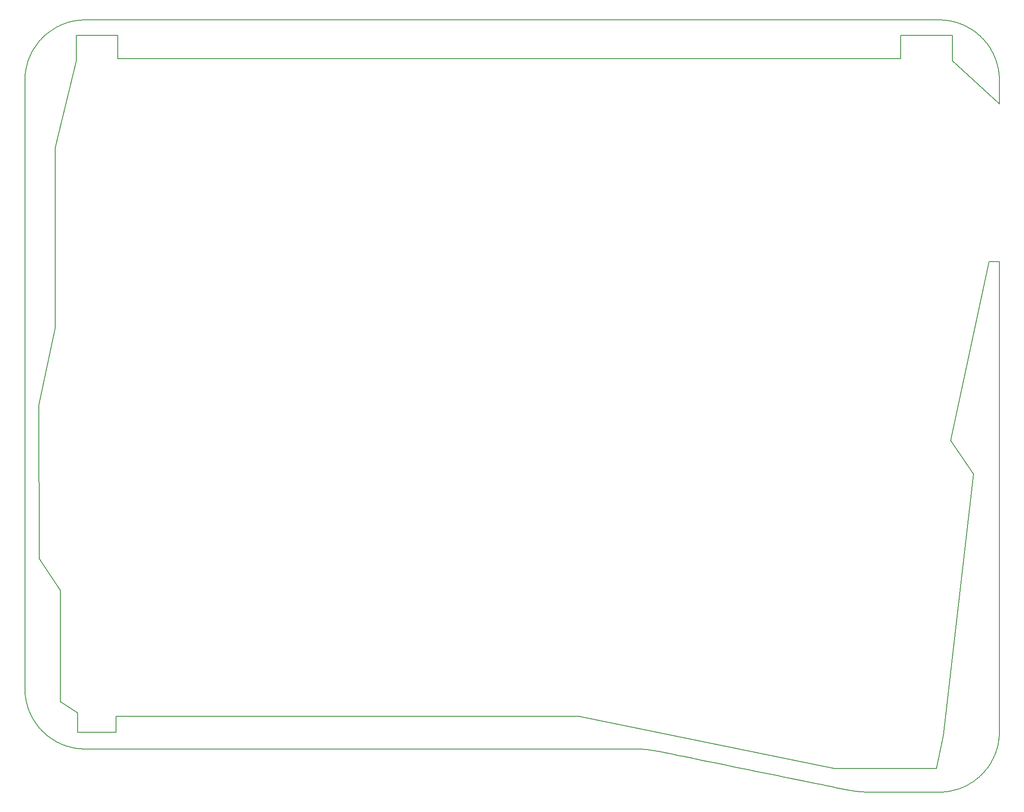
<source format=gm1>
G04 #@! TF.GenerationSoftware,KiCad,Pcbnew,(5.1.5-0-10_14)*
G04 #@! TF.CreationDate,2020-04-18T19:51:42+09:00*
G04 #@! TF.ProjectId,colice_left_MidFrame,636f6c69-6365-45f6-9c65-66745f4d6964,rev?*
G04 #@! TF.SameCoordinates,Original*
G04 #@! TF.FileFunction,Profile,NP*
%FSLAX46Y46*%
G04 Gerber Fmt 4.6, Leading zero omitted, Abs format (unit mm)*
G04 Created by KiCad (PCBNEW (5.1.5-0-10_14)) date 2020-04-18 19:51:42*
%MOMM*%
%LPD*%
G04 APERTURE LIST*
%ADD10C,0.200000*%
G04 APERTURE END LIST*
D10*
X22583191Y-125691561D02*
X22583191Y-147602163D01*
X18423025Y-119455874D02*
X22583191Y-125691561D01*
X18401092Y-89317712D02*
X18423025Y-119455874D01*
X21616862Y-74188001D02*
X18401092Y-89317712D01*
X21616862Y-38773898D02*
X21616862Y-74188001D01*
X25690546Y-21679887D02*
X21616862Y-38773898D01*
X206911079Y-30139942D02*
X206911079Y-30139942D01*
X206911079Y-61160143D02*
X206911079Y-153497881D01*
X204847133Y-61160143D02*
X206911079Y-61160143D01*
X197387850Y-96253704D02*
X204847133Y-61160143D01*
X201816858Y-102833746D02*
X197387850Y-96253704D01*
X195952770Y-154226699D02*
X201816858Y-102833746D01*
X194578477Y-160692061D02*
X195952770Y-154226699D01*
X187556298Y-16666521D02*
X187556298Y-21226178D01*
X197666719Y-16666521D02*
X187556298Y-16666521D01*
X174524957Y-160692061D02*
X194578477Y-160692061D01*
X124338514Y-150469495D02*
X174524957Y-160692061D01*
X33523639Y-150460721D02*
X124338514Y-150469495D01*
X33523639Y-153594075D02*
X33523639Y-150460721D01*
X26008583Y-153594075D02*
X33523639Y-153594075D01*
X26003569Y-149740050D02*
X26008583Y-153594075D01*
X22583191Y-147602163D02*
X26003569Y-149740050D01*
X203442447Y-17111144D02*
X203563460Y-17233930D01*
X203563460Y-17233930D02*
X203662018Y-17336622D01*
X203662018Y-17336622D02*
X203759224Y-17440369D01*
X203759224Y-17440369D02*
X203864278Y-17555357D01*
X203864278Y-17555357D02*
X203970708Y-17675019D01*
X203970708Y-17675019D02*
X204065747Y-17784687D01*
X204065747Y-17784687D02*
X204157882Y-17893650D01*
X204157882Y-17893650D02*
X204250774Y-18006266D01*
X204250774Y-18006266D02*
X204342187Y-18119914D01*
X204342187Y-18119914D02*
X204432118Y-18234584D01*
X204432118Y-18234584D02*
X204520559Y-18350256D01*
X204520559Y-18350256D02*
X204607504Y-18466915D01*
X204607504Y-18466915D02*
X204694930Y-18587318D01*
X204694930Y-18587318D02*
X204778828Y-18705933D01*
X204778828Y-18705933D02*
X204861847Y-18826429D01*
X204861847Y-18826429D02*
X204942698Y-18946922D01*
X204942698Y-18946922D02*
X205024472Y-19072132D01*
X205024472Y-19072132D02*
X205107019Y-19202137D01*
X205107019Y-19202137D02*
X205185475Y-19329269D01*
X205185475Y-19329269D02*
X205262285Y-19457322D01*
X205262285Y-19457322D02*
X205339128Y-19589218D01*
X205339128Y-19589218D02*
X205415339Y-19724016D01*
X205415339Y-19724016D02*
X205489217Y-19858756D01*
X205489217Y-19858756D02*
X205558698Y-19989396D01*
X205558698Y-19989396D02*
X205627548Y-20122873D01*
X205627548Y-20122873D02*
X205696179Y-20260221D01*
X205696179Y-20260221D02*
X205763010Y-20398420D01*
X205763010Y-20398420D02*
X205835566Y-20553862D01*
X205835566Y-20553862D02*
X205898563Y-20693802D01*
X205898563Y-20693802D02*
X205959737Y-20834535D01*
X205959737Y-20834535D02*
X206020800Y-20980219D01*
X206020800Y-20980219D02*
X206078666Y-21123556D01*
X206078666Y-21123556D02*
X206137072Y-21273972D01*
X206137072Y-21273972D02*
X206192268Y-21422004D01*
X206192268Y-21422004D02*
X206245489Y-21570777D01*
X206245489Y-21570777D02*
X206296731Y-21720274D01*
X206296731Y-21720274D02*
X206348739Y-21879077D01*
X206348739Y-21879077D02*
X206399504Y-22041888D01*
X206399504Y-22041888D02*
X206446050Y-22198948D01*
X206446050Y-22198948D02*
X206491333Y-22359968D01*
X206491333Y-22359968D02*
X206534354Y-22521682D01*
X206534354Y-22521682D02*
X206578309Y-22697257D01*
X206578309Y-22697257D02*
X206617598Y-22864752D01*
X206617598Y-22864752D02*
X206654234Y-23031790D01*
X206654234Y-23031790D02*
X206690438Y-23209460D01*
X206690438Y-23209460D02*
X206722535Y-23379982D01*
X206722535Y-23379982D02*
X206752703Y-23554448D01*
X206752703Y-23554448D02*
X206780956Y-23733988D01*
X206780956Y-23733988D02*
X206805862Y-23909593D01*
X206805862Y-23909593D02*
X206828695Y-24090250D01*
X206828695Y-24090250D02*
X206848766Y-24271429D01*
X206848766Y-24271429D02*
X206866458Y-24457645D01*
X206866458Y-24457645D02*
X206881546Y-24648902D01*
X206881546Y-24648902D02*
X206893547Y-24840635D01*
X206893547Y-24840635D02*
X206902447Y-25032808D01*
X206902447Y-25032808D02*
X206908333Y-25229977D01*
X206908333Y-25229977D02*
X206910937Y-25427532D01*
X206910937Y-25427532D02*
X206911079Y-25485032D01*
X25690233Y-16666521D02*
X25690546Y-21679887D01*
X33843556Y-16666521D02*
X25690233Y-16666521D01*
X195068535Y-13642522D02*
X195277674Y-13644363D01*
X195277674Y-13644363D02*
X195479519Y-13649643D01*
X195479519Y-13649643D02*
X195671783Y-13657878D01*
X195671783Y-13657878D02*
X195863610Y-13669214D01*
X195863610Y-13669214D02*
X196068626Y-13684791D01*
X196068626Y-13684791D02*
X196254915Y-13702057D01*
X196254915Y-13702057D02*
X196436167Y-13721709D01*
X196436167Y-13721709D02*
X196616903Y-13744128D01*
X196616903Y-13744128D02*
X196792594Y-13768636D01*
X196792594Y-13768636D02*
X196967740Y-13795748D01*
X196967740Y-13795748D02*
X197142311Y-13825453D01*
X197142311Y-13825453D02*
X197316282Y-13857740D01*
X197316282Y-13857740D02*
X197485186Y-13891670D01*
X197485186Y-13891670D02*
X197662307Y-13930011D01*
X197662307Y-13930011D02*
X197829906Y-13968917D01*
X197829906Y-13968917D02*
X197996831Y-14010231D01*
X197996831Y-14010231D02*
X198158689Y-14052762D01*
X198158689Y-14052762D02*
X198341589Y-14103785D01*
X198341589Y-14103785D02*
X198509522Y-14153433D01*
X198509522Y-14153433D02*
X198665884Y-14202102D01*
X198665884Y-14202102D02*
X198820449Y-14252557D01*
X198820449Y-14252557D02*
X198970005Y-14303631D01*
X198970005Y-14303631D02*
X199123085Y-14358228D01*
X199123085Y-14358228D02*
X199275378Y-14414912D01*
X199275378Y-14414912D02*
X199425816Y-14473262D01*
X199425816Y-14473262D02*
X199569178Y-14531077D01*
X199569178Y-14531077D02*
X199710733Y-14590312D01*
X199710733Y-14590312D02*
X199851514Y-14651378D01*
X199851514Y-14651378D02*
X199990474Y-14713796D01*
X199990474Y-14713796D02*
X200130679Y-14778973D01*
X200130679Y-14778973D02*
X200269023Y-14845484D01*
X200269023Y-14845484D02*
X200406522Y-14913798D01*
X200406522Y-14913798D02*
X200539150Y-14981816D01*
X200539150Y-14981816D02*
X200670946Y-15051516D01*
X200670946Y-15051516D02*
X200809800Y-15127271D01*
X200809800Y-15127271D02*
X200939828Y-15200416D01*
X200939828Y-15200416D02*
X201072872Y-15277515D01*
X201072872Y-15277515D02*
X201201089Y-15354024D01*
X201201089Y-15354024D02*
X201328391Y-15432182D01*
X201328391Y-15432182D02*
X201454759Y-15511978D01*
X201454759Y-15511978D02*
X201576390Y-15590917D01*
X201576390Y-15590917D02*
X201698052Y-15672019D01*
X201698052Y-15672019D02*
X201817844Y-15754021D01*
X201817844Y-15754021D02*
X201935771Y-15836882D01*
X201935771Y-15836882D02*
X202053676Y-15921899D01*
X202053676Y-15921899D02*
X202177888Y-16013878D01*
X202177888Y-16013878D02*
X202293778Y-16101991D01*
X202293778Y-16101991D02*
X202408668Y-16191595D01*
X202408668Y-16191595D02*
X202519884Y-16280536D01*
X202519884Y-16280536D02*
X202638017Y-16377444D01*
X202638017Y-16377444D02*
X202749788Y-16471518D01*
X202749788Y-16471518D02*
X202857918Y-16564804D01*
X202857918Y-16564804D02*
X202964169Y-16658719D01*
X202964169Y-16658719D02*
X203075302Y-16759418D01*
X203075302Y-16759418D02*
X203180267Y-16856919D01*
X203180267Y-16856919D02*
X203283336Y-16954996D01*
X203283336Y-16954996D02*
X203385338Y-17054421D01*
X203385338Y-17054421D02*
X203442447Y-17111144D01*
X33841989Y-21226178D02*
X33843556Y-16666521D01*
X187556298Y-21226178D02*
X33841989Y-21226178D01*
X197666719Y-21679887D02*
X197666719Y-16666521D01*
X206911079Y-30139942D02*
X197666719Y-21679887D01*
X206911079Y-25485032D02*
X206911079Y-30139940D01*
X206911079Y-30139940D02*
X206911079Y-30139942D01*
X27476563Y-13642522D02*
X195068535Y-13642522D01*
X19102651Y-17111144D02*
X19215543Y-16999731D01*
X19215543Y-16999731D02*
X19318118Y-16901045D01*
X19318118Y-16901045D02*
X19421753Y-16803708D01*
X19421753Y-16803708D02*
X19536619Y-16698508D01*
X19536619Y-16698508D02*
X19642428Y-16604021D01*
X19642428Y-16604021D02*
X19756182Y-16504941D01*
X19756182Y-16504941D02*
X19867575Y-16410351D01*
X19867575Y-16410351D02*
X19979138Y-16317949D01*
X19979138Y-16317949D02*
X20089939Y-16228423D01*
X20089939Y-16228423D02*
X20204410Y-16138215D01*
X20204410Y-16138215D02*
X20319890Y-16049494D01*
X20319890Y-16049494D02*
X20436363Y-15962269D01*
X20436363Y-15962269D02*
X20553811Y-15876546D01*
X20553811Y-15876546D02*
X20675936Y-15789722D01*
X20675936Y-15789722D02*
X20799067Y-15704509D01*
X20799067Y-15704509D02*
X20920358Y-15622796D01*
X20920358Y-15622796D02*
X21044480Y-15541399D01*
X21044480Y-15541399D02*
X21166668Y-15463421D01*
X21166668Y-15463421D02*
X21290704Y-15386391D01*
X21290704Y-15386391D02*
X21417571Y-15309771D01*
X21417571Y-15309771D02*
X21550222Y-15231950D01*
X21550222Y-15231950D02*
X21683821Y-15155886D01*
X21683821Y-15155886D02*
X21814377Y-15083753D01*
X21814377Y-15083753D02*
X21949786Y-15011182D01*
X21949786Y-15011182D02*
X22090107Y-14938336D01*
X22090107Y-14938336D02*
X22223256Y-14871393D01*
X22223256Y-14871393D02*
X22361284Y-14804190D01*
X22361284Y-14804190D02*
X22500147Y-14738792D01*
X22500147Y-14738792D02*
X22643952Y-14673365D01*
X22643952Y-14673365D02*
X22784457Y-14611655D01*
X22784457Y-14611655D02*
X22925746Y-14551773D01*
X22925746Y-14551773D02*
X23067796Y-14493725D01*
X23067796Y-14493725D02*
X23214804Y-14435895D01*
X23214804Y-14435895D02*
X23362580Y-14380025D01*
X23362580Y-14380025D02*
X23515361Y-14324615D01*
X23515361Y-14324615D02*
X23664637Y-14272748D01*
X23664637Y-14272748D02*
X23823216Y-14220079D01*
X23823216Y-14220079D02*
X23978246Y-14170972D01*
X23978246Y-14170972D02*
X24133984Y-14123985D01*
X24133984Y-14123985D02*
X24294763Y-14077911D01*
X24294763Y-14077911D02*
X24456241Y-14034093D01*
X24456241Y-14034093D02*
X24618397Y-13992544D01*
X24618397Y-13992544D02*
X24785613Y-13952241D01*
X24785613Y-13952241D02*
X24953493Y-13914352D01*
X24953493Y-13914352D02*
X25122016Y-13878885D01*
X25122016Y-13878885D02*
X25300067Y-13844183D01*
X25300067Y-13844183D02*
X25474292Y-13812954D01*
X25474292Y-13812954D02*
X25649106Y-13784311D01*
X25649106Y-13784311D02*
X25823357Y-13758424D01*
X25823357Y-13758424D02*
X26001526Y-13734687D01*
X26001526Y-13734687D02*
X26181348Y-13713516D01*
X26181348Y-13713516D02*
X26362802Y-13694970D01*
X26362802Y-13694970D02*
X26553838Y-13678490D01*
X26553838Y-13678490D02*
X26740801Y-13665376D01*
X26740801Y-13665376D02*
X26932770Y-13654997D01*
X26932770Y-13654997D02*
X27143506Y-13647197D01*
X27143506Y-13647197D02*
X27340915Y-13643296D01*
X27340915Y-13643296D02*
X27476563Y-13642522D01*
X15634019Y-25485032D02*
X15635702Y-25285070D01*
X15635702Y-25285070D02*
X15641140Y-25074041D01*
X15641140Y-25074041D02*
X15649609Y-24877207D01*
X15649609Y-24877207D02*
X15660941Y-24686527D01*
X15660941Y-24686527D02*
X15675140Y-24498586D01*
X15675140Y-24498586D02*
X15693098Y-24303185D01*
X15693098Y-24303185D02*
X15712681Y-24121919D01*
X15712681Y-24121919D02*
X15735032Y-23941170D01*
X15735032Y-23941170D02*
X15759473Y-23765466D01*
X15759473Y-23765466D02*
X15786519Y-23590308D01*
X15786519Y-23590308D02*
X15816157Y-23415721D01*
X15816157Y-23415721D02*
X15847520Y-23246190D01*
X15847520Y-23246190D02*
X15881321Y-23077254D01*
X15881321Y-23077254D02*
X15918539Y-22904518D01*
X15918539Y-22904518D02*
X15956207Y-22741271D01*
X15956207Y-22741271D02*
X15996157Y-22578661D01*
X15996157Y-22578661D02*
X16038380Y-22416709D01*
X16038380Y-22416709D02*
X16081638Y-22259792D01*
X16081638Y-22259792D02*
X16129615Y-22094883D01*
X16129615Y-22094883D02*
X16179960Y-21930746D01*
X16179960Y-21930746D02*
X16229476Y-21777053D01*
X16229476Y-21777053D02*
X16284756Y-21613418D01*
X16284756Y-21613418D02*
X16338947Y-21460190D01*
X16338947Y-21460190D02*
X16395227Y-21307741D01*
X16395227Y-21307741D02*
X16453589Y-21156098D01*
X16453589Y-21156098D02*
X16512312Y-21009453D01*
X16512312Y-21009453D02*
X16571225Y-20867763D01*
X16571225Y-20867763D02*
X16633782Y-20722712D01*
X16633782Y-20722712D02*
X16696403Y-20582607D01*
X16696403Y-20582607D02*
X16760844Y-20443309D01*
X16760844Y-20443309D02*
X16829066Y-20300780D01*
X16829066Y-20300780D02*
X16895648Y-20166208D01*
X16895648Y-20166208D02*
X16967064Y-20026445D01*
X16967064Y-20026445D02*
X17037147Y-19893579D01*
X17037147Y-19893579D02*
X17108382Y-19762560D01*
X17108382Y-19762560D02*
X17180728Y-19633390D01*
X17180728Y-19633390D02*
X17254710Y-19505086D01*
X17254710Y-19505086D02*
X17331494Y-19375729D01*
X17331494Y-19375729D02*
X17409351Y-19248260D01*
X17409351Y-19248260D02*
X17488241Y-19122676D01*
X17488241Y-19122676D02*
X17567502Y-18999924D01*
X17567502Y-18999924D02*
X17647683Y-18879031D01*
X17647683Y-18879031D02*
X17734546Y-18751591D01*
X17734546Y-18751591D02*
X17820492Y-18628910D01*
X17820492Y-18628910D02*
X17910723Y-18503572D01*
X17910723Y-18503572D02*
X17997199Y-18386606D01*
X17997199Y-18386606D02*
X18087947Y-18267015D01*
X18087947Y-18267015D02*
X18177458Y-18152064D01*
X18177458Y-18152064D02*
X18270607Y-18035468D01*
X18270607Y-18035468D02*
X18369678Y-17914686D01*
X18369678Y-17914686D02*
X18463764Y-17802921D01*
X18463764Y-17802921D02*
X18559317Y-17692219D01*
X18559317Y-17692219D02*
X18656331Y-17582594D01*
X18656331Y-17582594D02*
X18751699Y-17477435D01*
X18751699Y-17477435D02*
X18848426Y-17373316D01*
X18848426Y-17373316D02*
X18946503Y-17270249D01*
X18946503Y-17270249D02*
X19045928Y-17168246D01*
X19045928Y-17168246D02*
X19102651Y-17111144D01*
X15634019Y-145014326D02*
X15634019Y-25485032D01*
X27476563Y-156856836D02*
X27278140Y-156855203D01*
X27278140Y-156855203D02*
X27073383Y-156850099D01*
X27073383Y-156850099D02*
X26878961Y-156842018D01*
X26878961Y-156842018D02*
X26680649Y-156830511D01*
X26680649Y-156830511D02*
X26487912Y-156816155D01*
X26487912Y-156816155D02*
X26300713Y-156799195D01*
X26300713Y-156799195D02*
X26119013Y-156779875D01*
X26119013Y-156779875D02*
X25938139Y-156757824D01*
X25938139Y-156757824D02*
X25753513Y-156732398D01*
X25753513Y-156732398D02*
X25574386Y-156704885D01*
X25574386Y-156704885D02*
X25391592Y-156673898D01*
X25391592Y-156673898D02*
X25205227Y-156639251D01*
X25205227Y-156639251D02*
X25037931Y-156605498D01*
X25037931Y-156605498D02*
X24858038Y-156566371D01*
X24858038Y-156566371D02*
X24692554Y-156527764D01*
X24692554Y-156527764D02*
X24519100Y-156484578D01*
X24519100Y-156484578D02*
X24359888Y-156442456D01*
X24359888Y-156442456D02*
X24197178Y-156396929D01*
X24197178Y-156396929D02*
X24035418Y-156349153D01*
X24035418Y-156349153D02*
X23878963Y-156300526D01*
X23878963Y-156300526D02*
X23719136Y-156248363D01*
X23719136Y-156248363D02*
X23568874Y-156196997D01*
X23568874Y-156196997D02*
X23419530Y-156143684D01*
X23419530Y-156143684D02*
X23271113Y-156088434D01*
X23271113Y-156088434D02*
X23119443Y-156029603D01*
X23119443Y-156029603D02*
X22972961Y-155970475D01*
X22972961Y-155970475D02*
X22831602Y-155911229D01*
X22831602Y-155911229D02*
X22687058Y-155848391D01*
X22687058Y-155848391D02*
X22539438Y-155781819D01*
X22539438Y-155781819D02*
X22392898Y-155713298D01*
X22392898Y-155713298D02*
X22243432Y-155640859D01*
X22243432Y-155640859D02*
X22103129Y-155570471D01*
X22103129Y-155570471D02*
X21952011Y-155492018D01*
X21952011Y-155492018D02*
X21817885Y-155420044D01*
X21817885Y-155420044D02*
X21684795Y-155346403D01*
X21684795Y-155346403D02*
X21556627Y-155273350D01*
X21556627Y-155273350D02*
X21425626Y-155196469D01*
X21425626Y-155196469D02*
X21295705Y-155117963D01*
X21295705Y-155117963D02*
X21166879Y-155037849D01*
X21166879Y-155037849D02*
X21039159Y-154956137D01*
X21039159Y-154956137D02*
X20905151Y-154867896D01*
X20905151Y-154867896D02*
X20772414Y-154777895D01*
X20772414Y-154777895D02*
X20644604Y-154688725D01*
X20644604Y-154688725D02*
X20525227Y-154603158D01*
X20525227Y-154603158D02*
X20399831Y-154510838D01*
X20399831Y-154510838D02*
X20272170Y-154414207D01*
X20272170Y-154414207D02*
X20156338Y-154324156D01*
X20156338Y-154324156D02*
X20031288Y-154224326D01*
X20031288Y-154224326D02*
X19921297Y-154134209D01*
X19921297Y-154134209D02*
X19812411Y-154042800D01*
X19812411Y-154042800D02*
X19704644Y-153950117D01*
X19704644Y-153950117D02*
X19598007Y-153856168D01*
X19598007Y-153856168D02*
X19492514Y-153760966D01*
X19492514Y-153760966D02*
X19378451Y-153655418D01*
X19378451Y-153655418D02*
X19275385Y-153557629D01*
X19275385Y-153557629D02*
X19173497Y-153458624D01*
X19173497Y-153458624D02*
X19072799Y-153358413D01*
X19072799Y-153358413D02*
X18973301Y-153257005D01*
X18973301Y-153257005D02*
X18871963Y-153151192D01*
X18871963Y-153151192D02*
X18762900Y-153034339D01*
X18762900Y-153034339D02*
X18667270Y-152929241D01*
X18667270Y-152929241D02*
X18572889Y-152822996D01*
X18572889Y-152822996D02*
X18476880Y-152712243D01*
X18476880Y-152712243D02*
X18385072Y-152603708D01*
X18385072Y-152603708D02*
X18294551Y-152494060D01*
X18294551Y-152494060D02*
X18202555Y-152379835D01*
X18202555Y-152379835D02*
X18106505Y-152257426D01*
X18106505Y-152257426D02*
X18017392Y-152140833D01*
X18017392Y-152140833D02*
X17927062Y-152019527D01*
X17927062Y-152019527D02*
X17838251Y-151897035D01*
X17838251Y-151897035D02*
X17750972Y-151773372D01*
X17750972Y-151773372D02*
X17667739Y-151652239D01*
X17667739Y-151652239D02*
X17585974Y-151530028D01*
X17585974Y-151530028D02*
X17505693Y-151406751D01*
X17505693Y-151406751D02*
X17424543Y-151278640D01*
X17424543Y-151278640D02*
X17347312Y-151153243D01*
X17347312Y-151153243D02*
X17269328Y-151022969D01*
X17269328Y-151022969D02*
X17195199Y-150895501D01*
X17195199Y-150895501D02*
X17122615Y-150767032D01*
X17122615Y-150767032D02*
X17047338Y-150629699D01*
X17047338Y-150629699D02*
X16973828Y-150491268D01*
X16973828Y-150491268D02*
X16904130Y-150355759D01*
X16904130Y-150355759D02*
X16834157Y-150215216D01*
X16834157Y-150215216D02*
X16765995Y-150073620D01*
X16765995Y-150073620D02*
X16701536Y-149935079D01*
X16701536Y-149935079D02*
X16637000Y-149791458D01*
X16637000Y-149791458D02*
X16574323Y-149646832D01*
X16574323Y-149646832D02*
X16515231Y-149505389D01*
X16515231Y-149505389D02*
X16452954Y-149350420D01*
X16452954Y-149350420D02*
X16394403Y-149198611D01*
X16394403Y-149198611D02*
X16336346Y-149041544D01*
X16336346Y-149041544D02*
X16283419Y-148892013D01*
X16283419Y-148892013D02*
X16231019Y-148737259D01*
X16231019Y-148737259D02*
X16179335Y-148577220D01*
X16179335Y-148577220D02*
X16131175Y-148420558D01*
X16131175Y-148420558D02*
X16083884Y-148258594D01*
X16083884Y-148258594D02*
X16038844Y-148095679D01*
X16038844Y-148095679D02*
X15997204Y-147936275D01*
X15997204Y-147936275D02*
X15956664Y-147771542D01*
X15956664Y-147771542D02*
X15917431Y-147601425D01*
X15917431Y-147601425D02*
X15880653Y-147430385D01*
X15880653Y-147430385D02*
X15847215Y-147262974D01*
X15847215Y-147262974D02*
X15814528Y-147085605D01*
X15814528Y-147085605D02*
X15785223Y-146911905D01*
X15785223Y-146911905D02*
X15757779Y-146732756D01*
X15757779Y-146732756D02*
X15732422Y-146548107D01*
X15732422Y-146548107D02*
X15710445Y-146367216D01*
X15710445Y-146367216D02*
X15691194Y-146185495D01*
X15691194Y-146185495D02*
X15673921Y-145993585D01*
X15673921Y-145993585D02*
X15659713Y-145800805D01*
X15659713Y-145800805D02*
X15648598Y-145607186D01*
X15648598Y-145607186D02*
X15640434Y-145407993D01*
X15640434Y-145407993D02*
X15635644Y-145212739D01*
X15635644Y-145212739D02*
X15634019Y-145014326D01*
X135252330Y-156856836D02*
X27476563Y-156856836D01*
X139987154Y-157334986D02*
X139808990Y-157299331D01*
X139808990Y-157299331D02*
X139637457Y-157266348D01*
X139637457Y-157266348D02*
X139466859Y-157234845D01*
X139466859Y-157234845D02*
X139296058Y-157204597D01*
X139296058Y-157204597D02*
X139121618Y-157175035D01*
X139121618Y-157175035D02*
X138949278Y-157147145D01*
X138949278Y-157147145D02*
X138772156Y-157119837D01*
X138772156Y-157119837D02*
X138595997Y-157094036D01*
X138595997Y-157094036D02*
X138415051Y-157068940D01*
X138415051Y-157068940D02*
X138221236Y-157043640D01*
X138221236Y-157043640D02*
X138041087Y-157021577D01*
X138041087Y-157021577D02*
X137849221Y-156999620D01*
X137849221Y-156999620D02*
X137667603Y-156980294D01*
X137667603Y-156980294D02*
X137481206Y-156961933D01*
X137481206Y-156961933D02*
X137293512Y-156944943D01*
X137293512Y-156944943D02*
X137108002Y-156929631D01*
X137108002Y-156929631D02*
X136913087Y-156915122D01*
X136913087Y-156915122D02*
X136718047Y-156902222D01*
X136718047Y-156902222D02*
X136525219Y-156891055D01*
X136525219Y-156891055D02*
X136333452Y-156881516D01*
X136333452Y-156881516D02*
X136131125Y-156873138D01*
X136131125Y-156873138D02*
X135936854Y-156866725D01*
X135936854Y-156866725D02*
X135732037Y-156861690D01*
X135732037Y-156861690D02*
X135527150Y-156858427D01*
X135527150Y-156858427D02*
X135322206Y-156856938D01*
X135322206Y-156856938D02*
X135252330Y-156856836D01*
X176881559Y-164862241D02*
X176618943Y-164808667D01*
X176618943Y-164808667D02*
X176344693Y-164752719D01*
X176344693Y-164752719D02*
X175762318Y-164633913D01*
X175762318Y-164633913D02*
X174913088Y-164460665D01*
X174913088Y-164460665D02*
X173989758Y-164272298D01*
X173989758Y-164272298D02*
X172997816Y-164069932D01*
X172997816Y-164069932D02*
X171942751Y-163854687D01*
X171942751Y-163854687D02*
X170830054Y-163627681D01*
X170830054Y-163627681D02*
X169665212Y-163390037D01*
X169665212Y-163390037D02*
X168453714Y-163142872D01*
X168453714Y-163142872D02*
X167201047Y-162887307D01*
X167201047Y-162887307D02*
X165912703Y-162624462D01*
X165912703Y-162624462D02*
X164594171Y-162355458D01*
X164594171Y-162355458D02*
X163250938Y-162081412D01*
X163250938Y-162081412D02*
X161888494Y-161803446D01*
X161888494Y-161803446D02*
X160512328Y-161522680D01*
X160512328Y-161522680D02*
X159127927Y-161240233D01*
X159127927Y-161240233D02*
X157740783Y-160957225D01*
X157740783Y-160957225D02*
X156356383Y-160674775D01*
X156356383Y-160674775D02*
X154980216Y-160394005D01*
X154980216Y-160394005D02*
X153617772Y-160116034D01*
X153617772Y-160116034D02*
X151608411Y-159706075D01*
X151608411Y-159706075D02*
X149667661Y-159310112D01*
X149667661Y-159310112D02*
X148414996Y-159054536D01*
X148414996Y-159054536D02*
X146608726Y-158686006D01*
X146608726Y-158686006D02*
X144925956Y-158342671D01*
X144925956Y-158342671D02*
X143870892Y-158127405D01*
X143870892Y-158127405D02*
X142878951Y-157925017D01*
X142878951Y-157925017D02*
X141955621Y-157736626D01*
X141955621Y-157736626D02*
X141106391Y-157563352D01*
X141106391Y-157563352D02*
X140336753Y-157406317D01*
X140336753Y-157406317D02*
X139987154Y-157334986D01*
X181616696Y-165340391D02*
X181414023Y-165339520D01*
X181414023Y-165339520D02*
X181215485Y-165336990D01*
X181215485Y-165336990D02*
X181015854Y-165332770D01*
X181015854Y-165332770D02*
X180820366Y-165327004D01*
X180820366Y-165327004D02*
X180619149Y-165319379D01*
X180619149Y-165319379D02*
X180427331Y-165310519D01*
X180427331Y-165310519D02*
X180234447Y-165300033D01*
X180234447Y-165300033D02*
X180039352Y-165287823D01*
X180039352Y-165287823D02*
X179844381Y-165274004D01*
X179844381Y-165274004D02*
X179658814Y-165259347D01*
X179658814Y-165259347D02*
X179471057Y-165243022D01*
X179471057Y-165243022D02*
X179285756Y-165225435D01*
X179285756Y-165225435D02*
X179102912Y-165206636D01*
X179102912Y-165206636D02*
X178917907Y-165186155D01*
X178917907Y-165186155D02*
X178731904Y-165164075D01*
X178731904Y-165164075D02*
X178550688Y-165141128D01*
X178550688Y-165141128D02*
X178370797Y-165116941D01*
X178370797Y-165116941D02*
X178191080Y-165091374D01*
X178191080Y-165091374D02*
X178013850Y-165064784D01*
X178013850Y-165064784D02*
X177839102Y-165037217D01*
X177839102Y-165037217D02*
X177664541Y-165008344D01*
X177664541Y-165008344D02*
X177490181Y-164978163D01*
X177490181Y-164978163D02*
X177316021Y-164946675D01*
X177316021Y-164946675D02*
X177144358Y-164914319D01*
X177144358Y-164914319D02*
X176968339Y-164879779D01*
X176968339Y-164879779D02*
X176881559Y-164862241D01*
X195068535Y-165340391D02*
X181616696Y-165340391D01*
X206911079Y-153497881D02*
X206909203Y-153710609D01*
X206909203Y-153710609D02*
X206904181Y-153905804D01*
X206904181Y-153905804D02*
X206895787Y-154104939D01*
X206895787Y-154104939D02*
X206884440Y-154298496D01*
X206884440Y-154298496D02*
X206870398Y-154486521D01*
X206870398Y-154486521D02*
X206853438Y-154673720D01*
X206853438Y-154673720D02*
X206834118Y-154855420D01*
X206834118Y-154855420D02*
X206809651Y-155054792D01*
X206809651Y-155054792D02*
X206783940Y-155239329D01*
X206783940Y-155239329D02*
X206756900Y-155413785D01*
X206756900Y-155413785D02*
X206727330Y-155587393D01*
X206727330Y-155587393D02*
X206695251Y-155760134D01*
X206695251Y-155760134D02*
X206661623Y-155927476D01*
X206661623Y-155927476D02*
X206625652Y-156093957D01*
X206625652Y-156093957D02*
X206587358Y-156259562D01*
X206587358Y-156259562D02*
X206545629Y-156428709D01*
X206545629Y-156428709D02*
X206503868Y-156588063D01*
X206503868Y-156588063D02*
X206457455Y-156755316D01*
X206457455Y-156755316D02*
X206411294Y-156912841D01*
X206411294Y-156912841D02*
X206363018Y-157069451D01*
X206363018Y-157069451D02*
X206314069Y-157220814D01*
X206314069Y-157220814D02*
X206263152Y-157371282D01*
X206263152Y-157371282D02*
X206210282Y-157520840D01*
X206210282Y-157520840D02*
X206153879Y-157673703D01*
X206153879Y-157673703D02*
X206097092Y-157821363D01*
X206097092Y-157821363D02*
X206038398Y-157968066D01*
X206038398Y-157968066D02*
X205977813Y-158113796D01*
X205977813Y-158113796D02*
X205917158Y-158254413D01*
X205917158Y-158254413D02*
X205854748Y-158394085D01*
X205854748Y-158394085D02*
X205790594Y-158532798D01*
X205790594Y-158532798D02*
X205720780Y-158678606D01*
X205720780Y-158678606D02*
X205653081Y-158815296D01*
X205653081Y-158815296D02*
X205579547Y-158958933D01*
X205579547Y-158958933D02*
X205504120Y-159101431D01*
X205504120Y-159101431D02*
X205431164Y-159234949D01*
X205431164Y-159234949D02*
X205352112Y-159375177D01*
X205352112Y-159375177D02*
X205275758Y-159506524D01*
X205275758Y-159506524D02*
X205197779Y-159636798D01*
X205197779Y-159636798D02*
X205120546Y-159762195D01*
X205120546Y-159762195D02*
X205039395Y-159890306D01*
X205039395Y-159890306D02*
X204954201Y-160021020D01*
X204954201Y-160021020D02*
X204872348Y-160143166D01*
X204872348Y-160143166D02*
X204789025Y-160264233D01*
X204789025Y-160264233D02*
X204699060Y-160391445D01*
X204699060Y-160391445D02*
X204612754Y-160510250D01*
X204612754Y-160510250D02*
X204525015Y-160627938D01*
X204525015Y-160627938D02*
X204435859Y-160744496D01*
X204435859Y-160744496D02*
X204334226Y-160873822D01*
X204334226Y-160873822D02*
X204242106Y-160987941D01*
X204242106Y-160987941D02*
X204145755Y-161104293D01*
X204145755Y-161104293D02*
X204039257Y-161229485D01*
X204039257Y-161229485D02*
X203945781Y-161336548D01*
X203945781Y-161336548D02*
X203851049Y-161442471D01*
X203851049Y-161442471D02*
X203755068Y-161547244D01*
X203755068Y-161547244D02*
X203657854Y-161650860D01*
X203657854Y-161650860D02*
X203559417Y-161753301D01*
X203559417Y-161753301D02*
X203444093Y-161870275D01*
X203444093Y-161870275D02*
X203343057Y-161970148D01*
X203343057Y-161970148D02*
X203240837Y-162068813D01*
X203240837Y-162068813D02*
X203137441Y-162166256D01*
X203137441Y-162166256D02*
X203023021Y-162271424D01*
X203023021Y-162271424D02*
X202917204Y-162366273D01*
X202917204Y-162366273D02*
X202810248Y-162459868D01*
X202810248Y-162459868D02*
X202702166Y-162552193D01*
X202702166Y-162552193D02*
X202589538Y-162646065D01*
X202589538Y-162646065D02*
X202479202Y-162735778D01*
X202479202Y-162735778D02*
X202364275Y-162826929D01*
X202364275Y-162826929D02*
X202241129Y-162922077D01*
X202241129Y-162922077D02*
X202120278Y-163012986D01*
X202120278Y-163012986D02*
X201998237Y-163102378D01*
X201998237Y-163102378D02*
X201875019Y-163190245D01*
X201875019Y-163190245D02*
X201750641Y-163276572D01*
X201750641Y-163276572D02*
X201625111Y-163361343D01*
X201625111Y-163361343D02*
X201502187Y-163442118D01*
X201502187Y-163442118D02*
X201378208Y-163521404D01*
X201378208Y-163521404D02*
X201241770Y-163606181D01*
X201241770Y-163606181D02*
X201111783Y-163684591D01*
X201111783Y-163684591D02*
X200980721Y-163761376D01*
X200980721Y-163761376D02*
X200852493Y-163834336D01*
X200852493Y-163834336D02*
X200723275Y-163905740D01*
X200723275Y-163905740D02*
X200593077Y-163975573D01*
X200593077Y-163975573D02*
X200453937Y-164047910D01*
X200453937Y-164047910D02*
X200317746Y-164116461D01*
X200317746Y-164116461D02*
X200180559Y-164183304D01*
X200180559Y-164183304D02*
X200042389Y-164248425D01*
X200042389Y-164248425D02*
X199903250Y-164311813D01*
X199903250Y-164311813D02*
X199763159Y-164373450D01*
X199763159Y-164373450D02*
X199622125Y-164433322D01*
X199622125Y-164433322D02*
X199467596Y-164496457D01*
X199467596Y-164496457D02*
X199320426Y-164554226D01*
X199320426Y-164554226D02*
X199168061Y-164611650D01*
X199168061Y-164611650D02*
X199014705Y-164667029D01*
X199014705Y-164667029D02*
X198856077Y-164721801D01*
X198856077Y-164721801D02*
X198696439Y-164774382D01*
X198696439Y-164774382D02*
X198540165Y-164823418D01*
X198540165Y-164823418D02*
X198374208Y-164872888D01*
X198374208Y-164872888D02*
X198216055Y-164917571D01*
X198216055Y-164917571D02*
X198057017Y-164960111D01*
X198057017Y-164960111D02*
X197897106Y-165000488D01*
X197897106Y-165000488D02*
X197718425Y-165042800D01*
X197718425Y-165042800D02*
X197547722Y-165080487D01*
X197547722Y-165080487D02*
X197371577Y-165116600D01*
X197371577Y-165116600D02*
X197199045Y-165149271D01*
X197199045Y-165149271D02*
X197025640Y-165179437D01*
X197025640Y-165179437D02*
X196837589Y-165209154D01*
X196837589Y-165209154D02*
X196662431Y-165234049D01*
X196662431Y-165234049D02*
X196481818Y-165256933D01*
X196481818Y-165256933D02*
X196295708Y-165277579D01*
X196295708Y-165277579D02*
X196108740Y-165295334D01*
X196108740Y-165295334D02*
X195911528Y-165310847D01*
X195911528Y-165310847D02*
X195722878Y-165322617D01*
X195722878Y-165322617D02*
X195528696Y-165331613D01*
X195528696Y-165331613D02*
X195333711Y-165337477D01*
X195333711Y-165337477D02*
X195133162Y-165340216D01*
X195133162Y-165340216D02*
X195068535Y-165340391D01*
M02*

</source>
